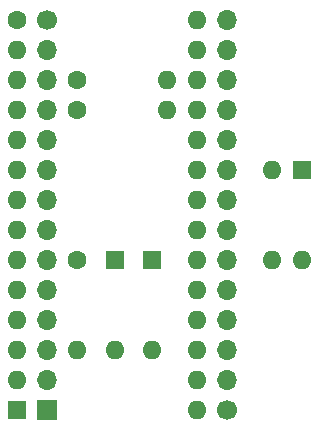
<source format=gts>
G04 #@! TF.GenerationSoftware,KiCad,Pcbnew,(6.0.0)*
G04 #@! TF.CreationDate,2022-12-17T23:15:49+01:00*
G04 #@! TF.ProjectId,ZXROM-4in1,5a58524f-4d2d-4346-996e-312e6b696361,rev?*
G04 #@! TF.SameCoordinates,Original*
G04 #@! TF.FileFunction,Soldermask,Top*
G04 #@! TF.FilePolarity,Negative*
%FSLAX46Y46*%
G04 Gerber Fmt 4.6, Leading zero omitted, Abs format (unit mm)*
G04 Created by KiCad (PCBNEW (6.0.0)) date 2022-12-17 23:15:49*
%MOMM*%
%LPD*%
G01*
G04 APERTURE LIST*
%ADD10C,1.700000*%
%ADD11O,1.700000X1.700000*%
%ADD12O,1.600000X1.600000*%
%ADD13R,1.600000X1.600000*%
%ADD14C,1.600000*%
%ADD15R,1.700000X1.700000*%
G04 APERTURE END LIST*
D10*
X147320000Y-101600000D03*
D11*
X147320000Y-99060000D03*
X147320000Y-96520000D03*
X147320000Y-93980000D03*
X147320000Y-91440000D03*
X147320000Y-88900000D03*
X147320000Y-86360000D03*
X147320000Y-83820000D03*
X147320000Y-81280000D03*
X147320000Y-78740000D03*
X147320000Y-76200000D03*
X147320000Y-73660000D03*
X147320000Y-71120000D03*
X147320000Y-68580000D03*
D12*
X144780000Y-68580000D03*
X144780000Y-71120000D03*
X144780000Y-73660000D03*
X144780000Y-76200000D03*
X144780000Y-78740000D03*
X144780000Y-81280000D03*
X144780000Y-83820000D03*
X144780000Y-86360000D03*
X144780000Y-88900000D03*
X144780000Y-91440000D03*
X144780000Y-93980000D03*
X144780000Y-96520000D03*
X144780000Y-99060000D03*
X144780000Y-101600000D03*
D13*
X129540000Y-101600000D03*
D12*
X129540000Y-99060000D03*
X129540000Y-96520000D03*
X129540000Y-93980000D03*
X129540000Y-91440000D03*
X129540000Y-88900000D03*
X129540000Y-86360000D03*
X129540000Y-83820000D03*
X129540000Y-81280000D03*
X129540000Y-78740000D03*
X129540000Y-76200000D03*
X129540000Y-73660000D03*
X129540000Y-71120000D03*
D14*
X129540000Y-68580000D03*
X134620000Y-76200000D03*
D12*
X142240000Y-76200000D03*
X142240000Y-73660000D03*
D14*
X134620000Y-73660000D03*
X134620000Y-88900000D03*
D12*
X134620000Y-96520000D03*
X153670000Y-88900000D03*
X151130000Y-88900000D03*
X151130000Y-81280000D03*
D13*
X153670000Y-81280000D03*
D10*
X132080000Y-68580000D03*
D11*
X132080000Y-71120000D03*
X132080000Y-73660000D03*
X132080000Y-76200000D03*
X132080000Y-78740000D03*
X132080000Y-81280000D03*
X132080000Y-83820000D03*
X132080000Y-86360000D03*
X132080000Y-88900000D03*
X132080000Y-91440000D03*
X132080000Y-93980000D03*
X132080000Y-96520000D03*
X132080000Y-99060000D03*
D15*
X132080000Y-101600000D03*
D13*
X140970000Y-88900000D03*
D12*
X140970000Y-96520000D03*
X137795000Y-96520000D03*
D13*
X137795000Y-88900000D03*
M02*

</source>
